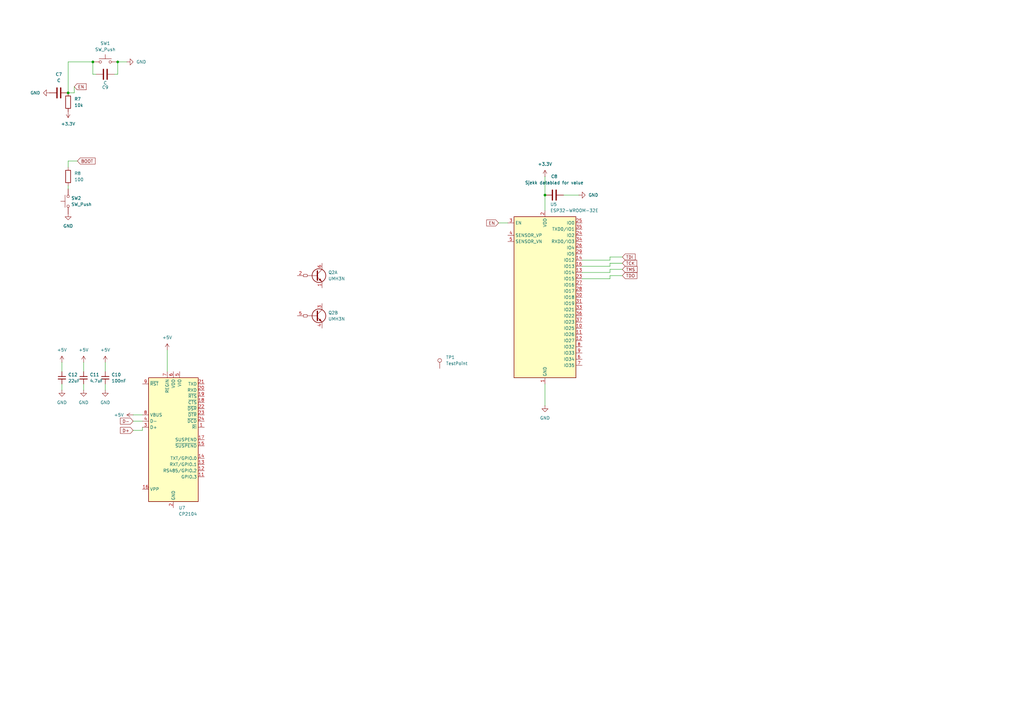
<source format=kicad_sch>
(kicad_sch (version 20250114) (generator "eeschema") (generator_version "9.0")
  (paper "A3")
  (lib_symbols
    (symbol "Connector:TestPoint" (pin_numbers (hide yes)) (pin_names (offset 0.762) (hide yes))
      (property "Reference" "TP" (at 0 6.858 0))
      (property "Value" "TestPoint" (at 0 5.08 0))
      (symbol "TestPoint_0_1"
        (circle (center 0 3.302) (radius 0.762))
      )
      (symbol "TestPoint_1_1"
        (pin passive line (at 0 0 90) (length 2.54) (name "1") (number "1"))
      )
    )
    (symbol "Device:C" (pin_numbers (hide yes)) (pin_names (offset 0.254))
      (property "Reference" "C" (at 0.635 2.54 0))
      (property "Value" "C" (at 0.635 -2.54 0))
      (symbol "C_0_1"
        (polyline (pts (xy -2.032 0.762) (xy 2.032 0.762)) (stroke (width 0.508)))
        (polyline (pts (xy -2.032 -0.762) (xy 2.032 -0.762)) (stroke (width 0.508)))
      )
      (symbol "C_1_1"
        (pin passive line (at 0 3.81 270) (length 2.794) (name "~") (number "1"))
        (pin passive line (at 0 -3.81 90) (length 2.794) (name "~") (number "2"))
      )
    )
    (symbol "Device:C_Small" (pin_numbers (hide yes)) (pin_names (offset 0.254) (hide yes))
      (property "Reference" "C" (at 0.254 1.778 0))
      (property "Value" "C_Small" (at 0.254 -2.032 0))
      (symbol "C_Small_0_1"
        (polyline (pts (xy -1.524 0.508) (xy 1.524 0.508)) (stroke (width 0.3048)))
        (polyline (pts (xy -1.524 -0.508) (xy 1.524 -0.508)) (stroke (width 0.3302)))
      )
      (symbol "C_Small_1_1"
        (pin passive line (at 0 2.54 270) (length 2.032) (name "~") (number "1"))
        (pin passive line (at 0 -2.54 90) (length 2.032) (name "~") (number "2"))
      )
    )
    (symbol "Device:R" (pin_numbers (hide yes)) (pin_names (offset 0))
      (property "Reference" "R" (at 2.032 0 90))
      (property "Value" "R" (at 0 0 90))
      (symbol "R_0_1"
        (rectangle (start -1.016 -2.54) (end 1.016 2.54) (stroke (width 0.254)))
      )
      (symbol "R_1_1"
        (pin passive line (at 0 3.81 270) (length 1.27) (name "~") (number "1"))
        (pin passive line (at 0 -3.81 90) (length 1.27) (name "~") (number "2"))
      )
    )
    (symbol "Interface_USB:CP2104"
      (property "Reference" "U" (at -5.08 28.575 0))
      (property "Value" "CP2104" (at -5.08 26.67 0))
      (symbol "CP2104_1_1"
        (rectangle (start -10.16 25.4) (end 10.16 -25.4) (stroke (width 0.254)) (fill (type background)))
        (pin bidirectional line (at -12.7 22.86 0) (length 2.54) (name "~{RST}") (number "9"))
        (pin input line (at -12.7 10.16 0) (length 2.54) (name "VBUS") (number "8"))
        (pin bidirectional line (at -12.7 7.62 0) (length 2.54) (name "D-") (number "4"))
        (pin bidirectional line (at -12.7 5.08 0) (length 2.54) (name "D+") (number "3"))
        (pin passive line (at -12.7 -20.32 0) (length 2.54) (name "VPP") (number "16"))
        (pin power_in line (at -2.54 27.94 270) (length 2.54) (name "REGIN") (number "7"))
        (pin power_in line (at 0 27.94 270) (length 2.54) (name "VDD") (number "6"))
        (pin power_in line (at 0 -27.94 90) (length 2.54) (name "GND") (number "2"))
        (pin passive line (at 0 -27.94 90) (length 2.54) (hide yes) (name "GND") (number "25"))
        (pin power_in line (at 2.54 27.94 270) (length 2.54) (name "VIO") (number "5"))
        (pin no_connect line (at 10.16 -20.32 180) (length 2.54) (hide yes) (name "NC") (number "10"))
        (pin output line (at 12.7 22.86 180) (length 2.54) (name "TXD") (number "21"))
        (pin input line (at 12.7 20.32 180) (length 2.54) (name "RXD") (number "20"))
        (pin output line (at 12.7 17.78 180) (length 2.54) (name "~{RTS}") (number "19"))
        (pin input line (at 12.7 15.24 180) (length 2.54) (name "~{CTS}") (number "18"))
        (pin input line (at 12.7 12.7 180) (length 2.54) (name "~{DSR}") (number "22"))
        (pin output line (at 12.7 10.16 180) (length 2.54) (name "~{DTR}") (number "23"))
        (pin input line (at 12.7 7.62 180) (length 2.54) (name "~{DCD}") (number "24"))
        (pin input line (at 12.7 5.08 180) (length 2.54) (name "~{RI}") (number "1"))
        (pin output line (at 12.7 0 180) (length 2.54) (name "SUSPEND") (number "17"))
        (pin output line (at 12.7 -2.54 180) (length 2.54) (name "~{SUSPEND}") (number "15"))
        (pin bidirectional line (at 12.7 -7.62 180) (length 2.54) (name "TXT/GPIO.0") (number "14"))
        (pin bidirectional line (at 12.7 -10.16 180) (length 2.54) (name "RXT/GPIO.1") (number "13"))
        (pin bidirectional line (at 12.7 -12.7 180) (length 2.54) (name "RS485/GPIO.2") (number "12"))
        (pin bidirectional line (at 12.7 -15.24 180) (length 2.54) (name "GPIO.3") (number "11"))
      )
    )
    (symbol "RF_Module:ESP32-WROOM-32E"
      (property "Reference" "U" (at -12.7 34.29 0))
      (property "Value" "ESP32-WROOM-32E" (at 1.27 34.29 0))
      (symbol "ESP32-WROOM-32E_0_1"
        (rectangle (start -12.7 33.02) (end 12.7 -33.02) (stroke (width 0.254)) (fill (type background)))
      )
      (symbol "ESP32-WROOM-32E_1_1"
        (pin input line (at -15.24 30.48 0) (length 2.54) (name "EN") (number "3"))
        (pin input line (at -15.24 25.4 0) (length 2.54) (name "SENSOR_VP") (number "4"))
        (pin input line (at -15.24 22.86 0) (length 2.54) (name "SENSOR_VN") (number "5"))
        (pin no_connect line (at -12.7 0 0) (length 2.54) (hide yes) (name "NC") (number "21"))
        (pin no_connect line (at -12.7 -2.54 0) (length 2.54) (hide yes) (name "NC") (number "22"))
        (pin no_connect line (at -12.7 -5.08 0) (length 2.54) (hide yes) (name "NC") (number "17"))
        (pin no_connect line (at -12.7 -7.62 0) (length 2.54) (hide yes) (name "NC") (number "18"))
        (pin no_connect line (at -12.7 -10.16 0) (length 2.54) (hide yes) (name "NC") (number "20"))
        (pin no_connect line (at -12.7 -12.7 0) (length 2.54) (hide yes) (name "NC") (number "19"))
        (pin no_connect line (at -12.7 -27.94 0) (length 2.54) (hide yes) (name "NC") (number "32"))
        (pin power_in line (at 0 35.56 270) (length 2.54) (name "VDD") (number "2"))
        (pin power_in line (at 0 -35.56 90) (length 2.54) (name "GND") (number "1"))
        (pin passive line (at 0 -35.56 90) (length 2.54) (hide yes) (name "GND") (number "15"))
        (pin passive line (at 0 -35.56 90) (length 2.54) (hide yes) (name "GND") (number "38"))
        (pin passive line (at 0 -35.56 90) (length 2.54) (hide yes) (name "GND") (number "39"))
        (pin bidirectional line (at 15.24 30.48 180) (length 2.54) (name "IO0") (number "25"))
        (pin bidirectional line (at 15.24 27.94 180) (length 2.54) (name "TXD0/IO1") (number "35"))
        (pin bidirectional line (at 15.24 25.4 180) (length 2.54) (name "IO2") (number "24"))
        (pin bidirectional line (at 15.24 22.86 180) (length 2.54) (name "RXD0/IO3") (number "34"))
        (pin bidirectional line (at 15.24 20.32 180) (length 2.54) (name "IO4") (number "26"))
        (pin bidirectional line (at 15.24 17.78 180) (length 2.54) (name "IO5") (number "29"))
        (pin bidirectional line (at 15.24 15.24 180) (length 2.54) (name "IO12") (number "14"))
        (pin bidirectional line (at 15.24 12.7 180) (length 2.54) (name "IO13") (number "16"))
        (pin bidirectional line (at 15.24 10.16 180) (length 2.54) (name "IO14") (number "13"))
        (pin bidirectional line (at 15.24 7.62 180) (length 2.54) (name "IO15") (number "23"))
        (pin bidirectional line (at 15.24 5.08 180) (length 2.54) (name "IO16") (number "27"))
        (pin bidirectional line (at 15.24 2.54 180) (length 2.54) (name "IO17") (number "28"))
        (pin bidirectional line (at 15.24 0 180) (length 2.54) (name "IO18") (number "30"))
        (pin bidirectional line (at 15.24 -2.54 180) (length 2.54) (name "IO19") (number "31"))
        (pin bidirectional line (at 15.24 -5.08 180) (length 2.54) (name "IO21") (number "33"))
        (pin bidirectional line (at 15.24 -7.62 180) (length 2.54) (name "IO22") (number "36"))
        (pin bidirectional line (at 15.24 -10.16 180) (length 2.54) (name "IO23") (number "37"))
        (pin bidirectional line (at 15.24 -12.7 180) (length 2.54) (name "IO25") (number "10"))
        (pin bidirectional line (at 15.24 -15.24 180) (length 2.54) (name "IO26") (number "11"))
        (pin bidirectional line (at 15.24 -17.78 180) (length 2.54) (name "IO27") (number "12"))
        (pin bidirectional line (at 15.24 -20.32 180) (length 2.54) (name "IO32") (number "8"))
        (pin bidirectional line (at 15.24 -22.86 180) (length 2.54) (name "IO33") (number "9"))
        (pin input line (at 15.24 -25.4 180) (length 2.54) (name "IO34") (number "6"))
        (pin input line (at 15.24 -27.94 180) (length 2.54) (name "IO35") (number "7"))
      )
    )
    (symbol "Switch:SW_Push" (pin_numbers (hide yes)) (pin_names (offset 1.016) (hide yes))
      (property "Reference" "SW" (at 1.27 2.54 0))
      (property "Value" "SW_Push" (at 0 -1.524 0))
      (symbol "SW_Push_0_1"
        (circle (center -2.032 0) (radius 0.508))
        (polyline (pts (xy 0 1.27) (xy 0 3.048)))
        (circle (center 2.032 0) (radius 0.508))
        (polyline (pts (xy 2.54 1.27) (xy -2.54 1.27)))
        (pin passive line (at -5.08 0 0) (length 2.54) (name "1") (number "1"))
        (pin passive line (at 5.08 0 180) (length 2.54) (name "2") (number "2"))
      )
    )
    (symbol "Transistor_BJT:UMH3N" (pin_names (hide yes))
      (property "Reference" "Q" (at 7.62 1.27 0))
      (property "Value" "UMH3N" (at 7.62 -1.27 0))
      (symbol "UMH3N_0_1"
        (rectangle (start -6.35 0.508) (end -4.826 -0.508))
        (polyline (pts (xy -0.762 0) (xy -4.826 0)))
        (polyline (pts (xy -0.635 1.905) (xy -0.635 -1.905)) (stroke (width 0.508)))
        (polyline (pts (xy -0.635 0.635) (xy 1.27 2.54)))
        (polyline (pts (xy -0.635 -0.635) (xy 1.27 -2.54)))
        (polyline (pts (xy 0 -1.778) (xy 0.508 -1.27) (xy 1.016 -2.286) (xy 0 -1.778)) (fill (type outline)))
      )
      (symbol "UMH3N_1_1"
        (circle (center 0 0) (radius 2.8194) (stroke (width 0.254)))
        (pin input line (at -8.89 0 0) (length 2.54) (name "B1") (number "2"))
        (pin passive line (at 1.27 5.08 270) (length 2.54) (name "C1") (number "6"))
        (pin passive line (at 1.27 -5.08 90) (length 2.54) (name "E1") (number "1"))
      )
      (symbol "UMH3N_2_1"
        (circle (center 0 0) (radius 2.8194) (stroke (width 0.254)))
        (pin input line (at -8.89 0 0) (length 2.54) (name "B2") (number "5"))
        (pin passive line (at 1.27 5.08 270) (length 2.54) (name "C2") (number "3"))
        (pin passive line (at 1.27 -5.08 90) (length 2.54) (name "E2") (number "4"))
      )
    )
    (symbol "power:+3.3V" (power) (pin_numbers (hide yes)) (pin_names (offset 0) (hide yes))
      (property "Value" "+3.3V" (at 0 3.556 0))
      (symbol "+3.3V_0_1"
        (polyline (pts (xy -0.762 1.27) (xy 0 2.54)))
        (polyline (pts (xy 0 2.54) (xy 0.762 1.27)))
        (polyline (pts (xy 0 0) (xy 0 2.54)))
      )
      (symbol "+3.3V_1_1"
        (pin power_in line (at 0 0 90) (length 0) (name "~") (number "1"))
      )
    )
    (symbol "power:+5V" (power) (pin_numbers (hide yes)) (pin_names (offset 0) (hide yes))
      (property "Value" "+5V" (at 0 3.556 0))
      (symbol "+5V_0_1"
        (polyline (pts (xy -0.762 1.27) (xy 0 2.54)))
        (polyline (pts (xy 0 2.54) (xy 0.762 1.27)))
        (polyline (pts (xy 0 0) (xy 0 2.54)))
      )
      (symbol "+5V_1_1"
        (pin power_in line (at 0 0 90) (length 0) (name "~") (number "1"))
      )
    )
    (symbol "power:GND" (power) (pin_numbers (hide yes)) (pin_names (offset 0) (hide yes))
      (property "Value" "GND" (at 0 -3.81 0))
      (symbol "GND_0_1"
        (polyline (pts (xy 0 0) (xy 0 -1.27) (xy 1.27 -1.27) (xy 0 -2.54) (xy -1.27 -1.27) (xy 0 -1.27)))
      )
      (symbol "GND_1_1"
        (pin power_in line (at 0 0 270) (length 0) (name "~") (number "1"))
      )
    )
  )
  (junction (at 48.26 25.4))
  (junction (at 27.94 38.1))
  (junction (at 223.52 80.01))
  (junction (at 38.1 25.4))
  (wire (pts (xy 34.29 148.59) (xy 34.29 152.4)))
  (wire (pts (xy 27.94 66.04) (xy 31.75 66.04)))
  (wire (pts (xy 208.28 91.44) (xy 204.47 91.44)))
  (wire (pts (xy 34.29 157.48) (xy 34.29 160.02)))
  (wire (pts (xy 238.76 106.68) (xy 250.19 106.68)))
  (wire (pts (xy 25.4 148.59) (xy 25.4 152.4)))
  (wire (pts (xy 237.49 80.01) (xy 231.14 80.01)))
  (wire (pts (xy 250.19 110.49) (xy 250.19 111.76)))
  (wire (pts (xy 27.94 38.1) (xy 27.94 25.4)))
  (wire (pts (xy 46.99 30.48) (xy 48.26 30.48)))
  (wire (pts (xy 48.26 25.4) (xy 52.07 25.4)))
  (wire (pts (xy 250.19 111.76) (xy 238.76 111.76)))
  (wire (pts (xy 54.61 176.53) (xy 58.42 176.53)))
  (wire (pts (xy 250.19 113.03) (xy 255.27 113.03)))
  (wire (pts (xy 250.19 107.95) (xy 255.27 107.95)))
  (wire (pts (xy 43.18 148.59) (xy 43.18 152.4)))
  (wire (pts (xy 238.76 109.22) (xy 250.19 109.22)))
  (wire (pts (xy 39.37 30.48) (xy 38.1 30.48)))
  (wire (pts (xy 54.61 172.72) (xy 58.42 172.72)))
  (wire (pts (xy 54.61 170.18) (xy 58.42 170.18)))
  (wire (pts (xy 223.52 72.39) (xy 223.52 80.01)))
  (wire (pts (xy 58.42 176.53) (xy 58.42 175.26)))
  (wire (pts (xy 250.19 105.41) (xy 255.27 105.41)))
  (wire (pts (xy 250.19 110.49) (xy 255.27 110.49)))
  (wire (pts (xy 30.48 35.56) (xy 30.48 38.1)))
  (wire (pts (xy 250.19 106.68) (xy 250.19 105.41)))
  (wire (pts (xy 30.48 38.1) (xy 27.94 38.1)))
  (wire (pts (xy 250.19 113.03) (xy 250.19 114.3)))
  (wire (pts (xy 48.26 30.48) (xy 48.26 25.4)))
  (wire (pts (xy 223.52 157.48) (xy 223.52 166.37)))
  (wire (pts (xy 25.4 157.48) (xy 25.4 160.02)))
  (wire (pts (xy 27.94 68.58) (xy 27.94 66.04)))
  (wire (pts (xy 43.18 157.48) (xy 43.18 160.02)))
  (wire (pts (xy 27.94 76.2) (xy 27.94 77.47)))
  (wire (pts (xy 38.1 30.48) (xy 38.1 25.4)))
  (wire (pts (xy 27.94 25.4) (xy 38.1 25.4)))
  (wire (pts (xy 250.19 109.22) (xy 250.19 107.95)))
  (wire (pts (xy 223.52 80.01) (xy 223.52 86.36)))
  (wire (pts (xy 238.76 114.3) (xy 250.19 114.3)))
  (wire (pts (xy 68.58 143.51) (xy 68.58 152.4)))
  (global_label "EN" (shape input) (at 204.47 91.44 180) (property "Intersheetrefs" "${INTERSHEET_REFS}" (effects (hide yes))))
  (global_label "TMS" (shape input) (at 255.27 110.49 0) (property "Intersheetrefs" "${INTERSHEET_REFS}" (effects (hide yes))))
  (global_label "D+" (shape input) (at 54.61 176.53 180) (property "Intersheetrefs" "${INTERSHEET_REFS}" (effects (hide yes))))
  (global_label "BOOT" (shape input) (at 31.75 66.04 0) (property "Intersheetrefs" "${INTERSHEET_REFS}" (effects (hide yes))))
  (global_label "EN" (shape input) (at 30.48 35.56 0) (property "Intersheetrefs" "${INTERSHEET_REFS}" (effects (hide yes))))
  (global_label "D-" (shape input) (at 54.61 172.72 180) (property "Intersheetrefs" "${INTERSHEET_REFS}" (effects (hide yes))))
  (global_label "TDO" (shape input) (at 255.27 113.03 0) (property "Intersheetrefs" "${INTERSHEET_REFS}" (effects (hide yes))))
  (global_label "TCK" (shape input) (at 255.27 107.95 0) (property "Intersheetrefs" "${INTERSHEET_REFS}" (effects (hide yes))))
  (global_label "TDI" (shape input) (at 255.27 105.41 0) (property "Intersheetrefs" "${INTERSHEET_REFS}" (effects (hide yes))))
  (symbol (lib_id "Device:C") (at 43.18 30.48 90) (unit 1)
    (property "Reference" "C9" (at 43.18 35.814 90))
    (property "Value" "C" (at 43.18 34.036 90))
    (property "Description" "Unpolarized capacitor" (effects (hide yes)))
  )
  (symbol (lib_id "power:GND") (at 52.07 25.4 90) (unit 1)
    (property "Reference" "#PWR013" (effects (hide yes)))
    (property "Value" "GND" (at 55.88 25.3999 90) (effects (justify right)))
    (property "Description" "Power symbol creates a global label with name \"GND\" , ground" (effects (hide yes)))
  )
  (symbol (lib_id "Device:C") (at 24.13 38.1 90) (unit 1)
    (property "Reference" "C7" (at 24.13 30.48 90))
    (property "Value" "C" (at 24.13 33.02 90))
    (property "Description" "Unpolarized capacitor" (effects (hide yes)))
  )
  (symbol (lib_id "Device:R") (at 27.94 41.91 0) (unit 1)
    (property "Reference" "R7" (at 30.48 40.6399 0) (effects (justify left)))
    (property "Value" "10k" (at 30.48 43.1799 0) (effects (justify left)))
    (property "Description" "Resistor" (effects (hide yes)))
  )
  (symbol (lib_id "Switch:SW_Push") (at 43.18 25.4 0) (unit 1)
    (property "Reference" "SW1" (at 43.18 17.78 0))
    (property "Value" "SW_Push" (at 43.18 20.32 0))
    (property "Description" "Push button switch, generic, two pins" (effects (hide yes)))
  )
  (symbol (lib_id "power:GND") (at 25.4 160.02 0) (unit 1)
    (property "Reference" "#PWR025" (effects (hide yes)))
    (property "Value" "GND" (at 25.4 165.1 0))
    (property "Description" "Power symbol creates a global label with name \"GND\" , ground" (effects (hide yes)))
  )
  (symbol (lib_id "Interface_USB:CP2104") (at 71.12 180.34 0) (unit 1)
    (property "Reference" "U7" (at 73.2633 208.28 0) (effects (justify left)))
    (property "Value" "CP2104" (at 73.2633 210.82 0) (effects (justify left)))
    (property "Footprint" "Package_DFN_QFN:QFN-24-1EP_4x4mm_P0.5mm_EP2.6x2.6mm" (effects (hide yes)))
    (property "Datasheet" "https://www.silabs.com/documents/public/data-sheets/cp2104.pdf" (effects (hide yes)))
    (property "Description" "Single-Chip USB-to-UART Bridge, USB 2.0 Full-Speed, 2Mbps UART, QFN-24" (effects (hide yes)))
  )
  (symbol (lib_id "power:GND") (at 237.49 80.01 90) (unit 1)
    (property "Reference" "#PWR011" (effects (hide yes)))
    (property "Value" "GND" (at 241.3 80.0099 90) (effects (justify right)))
    (property "Description" "Power symbol creates a global label with name \"GND\" , ground" (effects (hide yes)))
  )
  (symbol (lib_id "power:GND") (at 34.29 160.02 0) (unit 1)
    (property "Reference" "#PWR026" (effects (hide yes)))
    (property "Value" "GND" (at 34.29 165.1 0))
    (property "Description" "Power symbol creates a global label with name \"GND\" , ground" (effects (hide yes)))
  )
  (symbol (lib_id "Device:C_Small") (at 25.4 154.94 0) (unit 1)
    (property "Reference" "C12" (at 27.94 153.6762 0) (effects (justify left)))
    (property "Value" "22uF" (at 27.94 156.2162 0) (effects (justify left)))
    (property "Description" "Unpolarized capacitor, small symbol" (effects (hide yes)))
  )
  (symbol (lib_id "power:+3.3V") (at 27.94 45.72 180) (unit 1)
    (property "Reference" "#PWR012" (effects (hide yes)))
    (property "Value" "+3.3V" (at 27.94 50.8 0))
    (property "Description" "Power symbol creates a global label with name \"+3.3V\"" (effects (hide yes)))
  )
  (symbol (lib_id "Device:C") (at 227.33 80.01 90) (unit 1)
    (property "Reference" "C8" (at 227.33 72.39 90))
    (property "Value" "Sjekk datablad for value" (at 227.33 74.93 90))
    (property "Description" "Unpolarized capacitor" (effects (hide yes)))
  )
  (symbol (lib_id "Device:C_Small") (at 34.29 154.94 0) (unit 1)
    (property "Reference" "C11" (at 36.83 153.6762 0) (effects (justify left)))
    (property "Value" "4.7uF" (at 36.83 156.2162 0) (effects (justify left)))
    (property "Description" "Unpolarized capacitor, small symbol" (effects (hide yes)))
  )
  (symbol (lib_id "Transistor_BJT:UMH3N") (at 130.81 113.03 0) (unit 1)
    (property "Reference" "Q2" (at 134.62 111.7599 0) (effects (justify left)))
    (property "Value" "UMH3N" (at 134.62 114.2999 0) (effects (justify left)))
    (property "Footprint" "Package_TO_SOT_SMD:SOT-363_SC-70-6" (effects (hide yes)))
    (property "Datasheet" "http://rohmfs.rohm.com/en/products/databook/datasheet/discrete/transistor/digital/emh3t2r-e.pdf" (effects (hide yes)))
    (property "Description" "0.1A Ic, 50V Vce, Dual NPN Input Resistor Transistors, SOT-363" (effects (hide yes)))
  )
  (symbol (lib_id "power:+3.3V") (at 223.52 72.39 0) (unit 1)
    (property "Reference" "#PWR010" (effects (hide yes)))
    (property "Value" "+3.3V" (at 223.52 67.31 0))
    (property "Description" "Power symbol creates a global label with name \"+3.3V\"" (effects (hide yes)))
  )
  (symbol (lib_id "power:GND") (at 27.94 87.63 0) (unit 1)
    (property "Reference" "#PWR014" (effects (hide yes)))
    (property "Value" "GND" (at 27.94 92.71 0))
    (property "Description" "Power symbol creates a global label with name \"GND\" , ground" (effects (hide yes)))
  )
  (symbol (lib_id "RF_Module:ESP32-WROOM-32E") (at 223.52 121.92 0) (unit 1)
    (property "Reference" "U5" (at 225.6633 83.82 0) (effects (justify left)))
    (property "Value" "ESP32-WROOM-32E" (at 225.6633 86.36 0) (effects (justify left)))
    (property "Footprint" "RF_Module:ESP32-WROOM-32D" (effects (hide yes)))
    (property "Datasheet" "https://www.espressif.com/sites/default/files/documentation/esp32-wroom-32e_esp32-wroom-32ue_datasheet_en.pdf" (effects (hide yes)))
    (property "Description" "RF Module, ESP32-D0WD-V3 SoC, without PSRAM, Wi-Fi 802.11b/g/n, Bluetooth, BLE, 32-bit, 2.7-3.6V, onboard antenna, SMD" (effects (hide yes)))
  )
  (symbol (lib_id "power:+5V") (at 54.61 170.18 90) (unit 1)
    (property "Reference" "#PWR04" (effects (hide yes)))
    (property "Value" "+5V" (at 50.8 170.1799 90) (effects (justify left)))
    (property "Description" "Power symbol creates a global label with name \"+5V\"" (effects (hide yes)))
  )
  (symbol (lib_id "Transistor_BJT:UMH3N") (at 130.81 129.54 0) (unit 2)
    (property "Reference" "Q2" (at 134.62 128.2699 0) (effects (justify left)))
    (property "Value" "UMH3N" (at 134.62 130.8099 0) (effects (justify left)))
    (property "Footprint" "Package_TO_SOT_SMD:SOT-363_SC-70-6" (effects (hide yes)))
    (property "Datasheet" "http://rohmfs.rohm.com/en/products/databook/datasheet/discrete/transistor/digital/emh3t2r-e.pdf" (effects (hide yes)))
    (property "Description" "0.1A Ic, 50V Vce, Dual NPN Input Resistor Transistors, SOT-363" (effects (hide yes)))
  )
  (symbol (lib_id "Device:R") (at 27.94 72.39 0) (unit 1)
    (property "Reference" "R8" (at 30.48 71.1199 0) (effects (justify left)))
    (property "Value" "100" (at 30.48 73.6599 0) (effects (justify left)))
    (property "Description" "Resistor" (effects (hide yes)))
  )
  (symbol (lib_id "power:+5V") (at 43.18 148.59 0) (unit 1)
    (property "Reference" "#PWR030" (effects (hide yes)))
    (property "Value" "+5V" (at 43.18 143.51 0))
    (property "Description" "Power symbol creates a global label with name \"+5V\"" (effects (hide yes)))
  )
  (symbol (lib_id "power:GND") (at 43.18 160.02 0) (unit 1)
    (property "Reference" "#PWR027" (effects (hide yes)))
    (property "Value" "GND" (at 43.18 165.1 0))
    (property "Description" "Power symbol creates a global label with name \"GND\" , ground" (effects (hide yes)))
  )
  (symbol (lib_id "power:+5V") (at 34.29 148.59 0) (unit 1)
    (property "Reference" "#PWR029" (effects (hide yes)))
    (property "Value" "+5V" (at 34.29 143.51 0))
    (property "Description" "Power symbol creates a global label with name \"+5V\"" (effects (hide yes)))
  )
  (symbol (lib_id "Device:C_Small") (at 43.18 154.94 0) (unit 1)
    (property "Reference" "C10" (at 45.72 153.6762 0) (effects (justify left)))
    (property "Value" "100nF" (at 45.72 156.2162 0) (effects (justify left)))
    (property "Description" "Unpolarized capacitor, small symbol" (effects (hide yes)))
  )
  (symbol (lib_id "power:GND") (at 20.32 38.1 270) (unit 1)
    (property "Reference" "#PWR08" (effects (hide yes)))
    (property "Value" "GND" (at 16.51 38.0999 90) (effects (justify right)))
    (property "Description" "Power symbol creates a global label with name \"GND\" , ground" (effects (hide yes)))
  )
  (symbol (lib_id "Switch:SW_Push") (at 27.94 82.55 90) (unit 1)
    (property "Reference" "SW2" (at 29.21 81.2799 90) (effects (justify right)))
    (property "Value" "SW_Push" (at 29.21 83.8199 90) (effects (justify right)))
    (property "Description" "Push button switch, generic, two pins" (effects (hide yes)))
  )
  (symbol (lib_id "Connector:TestPoint") (at 180.34 151.13 0) (unit 1)
    (property "Reference" "TP1" (at 182.88 146.5579 0) (effects (justify left)))
    (property "Value" "TestPoint" (at 182.88 149.0979 0) (effects (justify left)))
    (property "Description" "test point" (effects (hide yes)))
  )
  (symbol (lib_id "power:+5V") (at 68.58 143.51 0) (unit 1)
    (property "Reference" "#PWR024" (effects (hide yes)))
    (property "Value" "+5V" (at 68.58 138.43 0))
    (property "Description" "Power symbol creates a global label with name \"+5V\"" (effects (hide yes)))
  )
  (symbol (lib_id "power:+5V") (at 25.4 148.59 0) (unit 1)
    (property "Reference" "#PWR028" (effects (hide yes)))
    (property "Value" "+5V" (at 25.4 143.51 0))
    (property "Description" "Power symbol creates a global label with name \"+5V\"" (effects (hide yes)))
  )
  (symbol (lib_id "power:GND") (at 223.52 166.37 0) (unit 1)
    (property "Reference" "#PWR09" (effects (hide yes)))
    (property "Value" "GND" (at 223.52 171.45 0))
    (property "Description" "Power symbol creates a global label with name \"GND\" , ground" (effects (hide yes)))
  )
)
</source>
